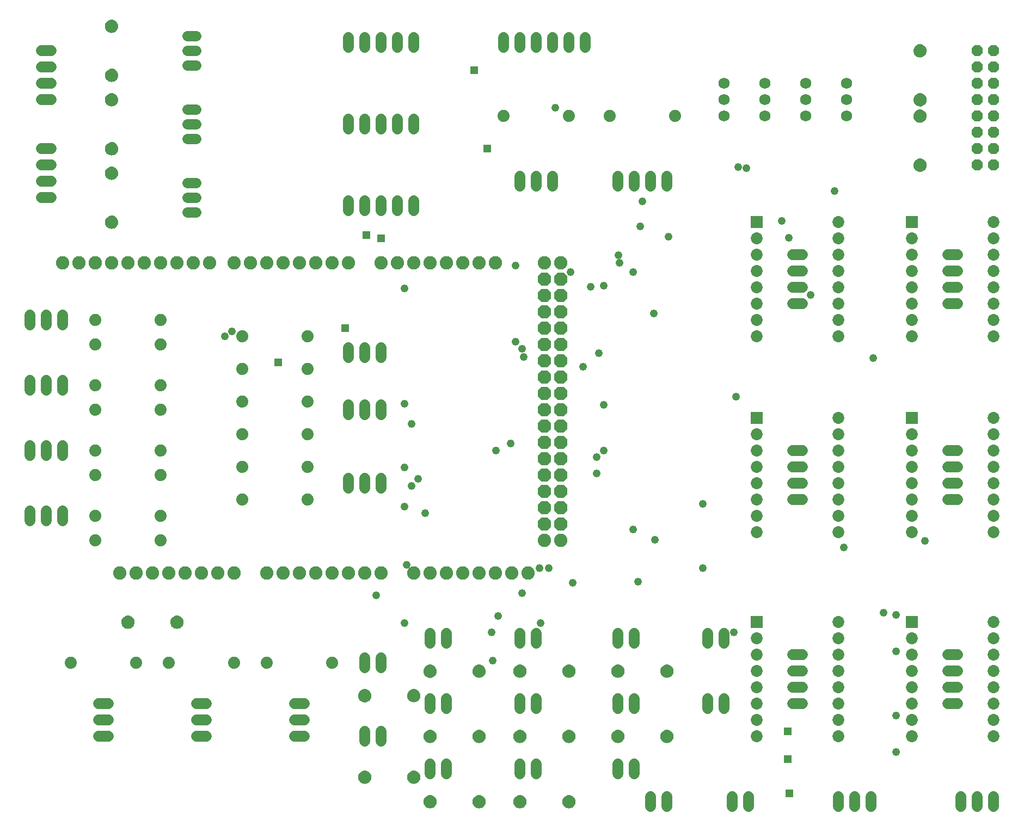
<source format=gbs>
G75*
%MOIN*%
%OFA0B0*%
%FSLAX25Y25*%
%IPPOS*%
%LPD*%
%AMOC8*
5,1,8,0,0,1.08239X$1,22.5*
%
%ADD10C,0.06800*%
%ADD11C,0.07400*%
%ADD12C,0.06800*%
%ADD13C,0.07296*%
%ADD14R,0.07296X0.07296*%
%ADD15C,0.08200*%
%ADD16OC8,0.08200*%
%ADD17OC8,0.06800*%
%ADD18C,0.06300*%
%ADD19C,0.00500*%
%ADD20C,0.04800*%
%ADD21R,0.04762X0.04762*%
D10*
X0123250Y0066800D02*
X0129250Y0066800D01*
X0129250Y0076800D02*
X0123250Y0076800D01*
X0123250Y0086800D02*
X0129250Y0086800D01*
X0183250Y0086800D02*
X0189250Y0086800D01*
X0189250Y0076800D02*
X0183250Y0076800D01*
X0183250Y0066800D02*
X0189250Y0066800D01*
X0243250Y0066800D02*
X0249250Y0066800D01*
X0249250Y0076800D02*
X0243250Y0076800D01*
X0243250Y0086800D02*
X0249250Y0086800D01*
X0286250Y0069800D02*
X0286250Y0063800D01*
X0296250Y0063800D02*
X0296250Y0069800D01*
X0326250Y0083800D02*
X0326250Y0089800D01*
X0336250Y0089800D02*
X0336250Y0083800D01*
X0381250Y0083800D02*
X0381250Y0089800D01*
X0391250Y0089800D02*
X0391250Y0083800D01*
X0441250Y0083800D02*
X0441250Y0089800D01*
X0451250Y0089800D02*
X0451250Y0083800D01*
X0496250Y0083800D02*
X0496250Y0089800D01*
X0506250Y0089800D02*
X0506250Y0083800D01*
X0548250Y0086800D02*
X0554250Y0086800D01*
X0554250Y0096800D02*
X0548250Y0096800D01*
X0548250Y0106800D02*
X0554250Y0106800D01*
X0554250Y0116800D02*
X0548250Y0116800D01*
X0506250Y0123800D02*
X0506250Y0129800D01*
X0496250Y0129800D02*
X0496250Y0123800D01*
X0451250Y0123800D02*
X0451250Y0129800D01*
X0441250Y0129800D02*
X0441250Y0123800D01*
X0391250Y0123800D02*
X0391250Y0129800D01*
X0381250Y0129800D02*
X0381250Y0123800D01*
X0336250Y0123800D02*
X0336250Y0129800D01*
X0326250Y0129800D02*
X0326250Y0123800D01*
X0296250Y0114800D02*
X0296250Y0108800D01*
X0286250Y0108800D02*
X0286250Y0114800D01*
X0326250Y0049800D02*
X0326250Y0043800D01*
X0336250Y0043800D02*
X0336250Y0049800D01*
X0381250Y0049800D02*
X0381250Y0043800D01*
X0391250Y0043800D02*
X0391250Y0049800D01*
X0441250Y0049800D02*
X0441250Y0043800D01*
X0451250Y0043800D02*
X0451250Y0049800D01*
X0461250Y0029800D02*
X0461250Y0023800D01*
X0471250Y0023800D02*
X0471250Y0029800D01*
X0511250Y0029800D02*
X0511250Y0023800D01*
X0521250Y0023800D02*
X0521250Y0029800D01*
X0576250Y0029800D02*
X0576250Y0023800D01*
X0586250Y0023800D02*
X0586250Y0029800D01*
X0596250Y0029800D02*
X0596250Y0023800D01*
X0651250Y0023800D02*
X0651250Y0029800D01*
X0661250Y0029800D02*
X0661250Y0023800D01*
X0671250Y0023800D02*
X0671250Y0029800D01*
X0649250Y0086800D02*
X0643250Y0086800D01*
X0643250Y0096800D02*
X0649250Y0096800D01*
X0649250Y0106800D02*
X0643250Y0106800D01*
X0643250Y0116800D02*
X0649250Y0116800D01*
X0649250Y0211800D02*
X0643250Y0211800D01*
X0643250Y0221800D02*
X0649250Y0221800D01*
X0649250Y0231800D02*
X0643250Y0231800D01*
X0643250Y0241800D02*
X0649250Y0241800D01*
X0554250Y0241800D02*
X0548250Y0241800D01*
X0548250Y0231800D02*
X0554250Y0231800D01*
X0554250Y0221800D02*
X0548250Y0221800D01*
X0548250Y0211800D02*
X0554250Y0211800D01*
X0554250Y0331800D02*
X0548250Y0331800D01*
X0548250Y0341800D02*
X0554250Y0341800D01*
X0554250Y0351800D02*
X0548250Y0351800D01*
X0548250Y0361800D02*
X0554250Y0361800D01*
X0471250Y0403800D02*
X0471250Y0409800D01*
X0461250Y0409800D02*
X0461250Y0403800D01*
X0451250Y0403800D02*
X0451250Y0409800D01*
X0441250Y0409800D02*
X0441250Y0403800D01*
X0401250Y0403800D02*
X0401250Y0409800D01*
X0391250Y0409800D02*
X0391250Y0403800D01*
X0381250Y0403800D02*
X0381250Y0409800D01*
X0316250Y0394800D02*
X0316250Y0388800D01*
X0306250Y0388800D02*
X0306250Y0394800D01*
X0296250Y0394800D02*
X0296250Y0388800D01*
X0286250Y0388800D02*
X0286250Y0394800D01*
X0276250Y0394800D02*
X0276250Y0388800D01*
X0276250Y0438800D02*
X0276250Y0444800D01*
X0286250Y0444800D02*
X0286250Y0438800D01*
X0296250Y0438800D02*
X0296250Y0444800D01*
X0306250Y0444800D02*
X0306250Y0438800D01*
X0316250Y0438800D02*
X0316250Y0444800D01*
X0316250Y0488800D02*
X0316250Y0494800D01*
X0306250Y0494800D02*
X0306250Y0488800D01*
X0296250Y0488800D02*
X0296250Y0494800D01*
X0286250Y0494800D02*
X0286250Y0488800D01*
X0276250Y0488800D02*
X0276250Y0494800D01*
X0371250Y0494800D02*
X0371250Y0488800D01*
X0381250Y0488800D02*
X0381250Y0494800D01*
X0391250Y0494800D02*
X0391250Y0488800D01*
X0401250Y0488800D02*
X0401250Y0494800D01*
X0411250Y0494800D02*
X0411250Y0488800D01*
X0421250Y0488800D02*
X0421250Y0494800D01*
X0643250Y0361800D02*
X0649250Y0361800D01*
X0649250Y0351800D02*
X0643250Y0351800D01*
X0643250Y0341800D02*
X0649250Y0341800D01*
X0649250Y0331800D02*
X0643250Y0331800D01*
X0296250Y0304800D02*
X0296250Y0298800D01*
X0286250Y0298800D02*
X0286250Y0304800D01*
X0276250Y0304800D02*
X0276250Y0298800D01*
X0276250Y0269800D02*
X0276250Y0263800D01*
X0286250Y0263800D02*
X0286250Y0269800D01*
X0296250Y0269800D02*
X0296250Y0263800D01*
X0296250Y0224800D02*
X0296250Y0218800D01*
X0286250Y0218800D02*
X0286250Y0224800D01*
X0276250Y0224800D02*
X0276250Y0218800D01*
X0101250Y0204800D02*
X0101250Y0198800D01*
X0091250Y0198800D02*
X0091250Y0204800D01*
X0081250Y0204800D02*
X0081250Y0198800D01*
X0081250Y0238800D02*
X0081250Y0244800D01*
X0091250Y0244800D02*
X0091250Y0238800D01*
X0101250Y0238800D02*
X0101250Y0244800D01*
X0101250Y0278800D02*
X0101250Y0284800D01*
X0091250Y0284800D02*
X0091250Y0278800D01*
X0081250Y0278800D02*
X0081250Y0284800D01*
X0081250Y0318800D02*
X0081250Y0324800D01*
X0091250Y0324800D02*
X0091250Y0318800D01*
X0101250Y0318800D02*
X0101250Y0324800D01*
X0094250Y0396800D02*
X0088250Y0396800D01*
X0088250Y0406800D02*
X0094250Y0406800D01*
X0094250Y0416800D02*
X0088250Y0416800D01*
X0088250Y0426800D02*
X0094250Y0426800D01*
X0094250Y0456800D02*
X0088250Y0456800D01*
X0088250Y0466800D02*
X0094250Y0466800D01*
X0094250Y0476800D02*
X0088250Y0476800D01*
X0088250Y0486800D02*
X0094250Y0486800D01*
D11*
X0121250Y0321800D03*
X0121250Y0306800D03*
X0121250Y0281800D03*
X0121250Y0266800D03*
X0121250Y0241800D03*
X0121250Y0226800D03*
X0121250Y0201800D03*
X0121250Y0186800D03*
X0161250Y0186800D03*
X0161250Y0201800D03*
X0161250Y0226800D03*
X0161250Y0241800D03*
X0161250Y0266800D03*
X0161250Y0281800D03*
X0161250Y0306800D03*
X0161250Y0321800D03*
X0211250Y0311800D03*
X0211250Y0291800D03*
X0211250Y0271800D03*
X0211250Y0251800D03*
X0211250Y0231800D03*
X0211250Y0211800D03*
X0251250Y0211800D03*
X0251250Y0231800D03*
X0251250Y0251800D03*
X0251250Y0271800D03*
X0251250Y0291800D03*
X0251250Y0311800D03*
X0371250Y0446800D03*
X0411250Y0446800D03*
X0436250Y0446800D03*
X0476250Y0446800D03*
X0266250Y0111800D03*
X0226250Y0111800D03*
X0206250Y0111800D03*
X0166250Y0111800D03*
X0146250Y0111800D03*
X0106250Y0111800D03*
D12*
X0506250Y0446800D03*
X0506250Y0456800D03*
X0506250Y0466800D03*
X0531250Y0466800D03*
X0531250Y0456800D03*
X0531250Y0446800D03*
X0556250Y0446800D03*
X0556250Y0456800D03*
X0556250Y0466800D03*
X0581250Y0466800D03*
X0581250Y0456800D03*
X0581250Y0446800D03*
D13*
X0576250Y0381800D03*
X0576250Y0371800D03*
X0576250Y0361800D03*
X0576250Y0351800D03*
X0576250Y0341800D03*
X0576250Y0331800D03*
X0576250Y0321800D03*
X0576250Y0311800D03*
X0621250Y0311800D03*
X0621250Y0321800D03*
X0621250Y0331800D03*
X0621250Y0341800D03*
X0621250Y0351800D03*
X0621250Y0361800D03*
X0621250Y0371800D03*
X0671250Y0371800D03*
X0671250Y0361800D03*
X0671250Y0351800D03*
X0671250Y0341800D03*
X0671250Y0331800D03*
X0671250Y0321800D03*
X0671250Y0311800D03*
X0671250Y0261800D03*
X0671250Y0251800D03*
X0671250Y0241800D03*
X0671250Y0231800D03*
X0671250Y0221800D03*
X0671250Y0211800D03*
X0671250Y0201800D03*
X0671250Y0191800D03*
X0621250Y0191800D03*
X0621250Y0201800D03*
X0621250Y0211800D03*
X0621250Y0221800D03*
X0621250Y0231800D03*
X0621250Y0241800D03*
X0621250Y0251800D03*
X0576250Y0251800D03*
X0576250Y0241800D03*
X0576250Y0231800D03*
X0576250Y0221800D03*
X0576250Y0211800D03*
X0576250Y0201800D03*
X0576250Y0191800D03*
X0526250Y0191800D03*
X0526250Y0201800D03*
X0526250Y0211800D03*
X0526250Y0221800D03*
X0526250Y0231800D03*
X0526250Y0241800D03*
X0526250Y0251800D03*
X0576250Y0261800D03*
X0526250Y0311800D03*
X0526250Y0321800D03*
X0526250Y0331800D03*
X0526250Y0341800D03*
X0526250Y0351800D03*
X0526250Y0361800D03*
X0526250Y0371800D03*
X0671250Y0381800D03*
X0671250Y0136800D03*
X0671250Y0126800D03*
X0671250Y0116800D03*
X0671250Y0106800D03*
X0671250Y0096800D03*
X0671250Y0086800D03*
X0671250Y0076800D03*
X0671250Y0066800D03*
X0621250Y0066800D03*
X0621250Y0076800D03*
X0621250Y0086800D03*
X0621250Y0096800D03*
X0621250Y0106800D03*
X0621250Y0116800D03*
X0621250Y0126800D03*
X0576250Y0126800D03*
X0576250Y0116800D03*
X0576250Y0106800D03*
X0576250Y0096800D03*
X0576250Y0086800D03*
X0576250Y0076800D03*
X0576250Y0066800D03*
X0526250Y0066800D03*
X0526250Y0076800D03*
X0526250Y0086800D03*
X0526250Y0096800D03*
X0526250Y0106800D03*
X0526250Y0116800D03*
X0526250Y0126800D03*
X0576250Y0136800D03*
D14*
X0621250Y0136800D03*
X0526250Y0136800D03*
X0526250Y0261800D03*
X0621250Y0261800D03*
X0621250Y0381800D03*
X0526250Y0381800D03*
D15*
X0406250Y0356800D03*
X0396250Y0356800D03*
X0366250Y0356800D03*
X0356250Y0356800D03*
X0346250Y0356800D03*
X0336250Y0356800D03*
X0326250Y0356800D03*
X0316250Y0356800D03*
X0306250Y0356800D03*
X0296250Y0356800D03*
X0276250Y0356800D03*
X0266250Y0356800D03*
X0256250Y0356800D03*
X0246250Y0356800D03*
X0236250Y0356800D03*
X0226250Y0356800D03*
X0216250Y0356800D03*
X0206250Y0356800D03*
X0191250Y0356800D03*
X0181250Y0356800D03*
X0171250Y0356800D03*
X0161250Y0356800D03*
X0151250Y0356800D03*
X0141250Y0356800D03*
X0131250Y0356800D03*
X0121250Y0356800D03*
X0111250Y0356800D03*
X0101250Y0356800D03*
X0136250Y0166800D03*
X0146250Y0166800D03*
X0156250Y0166800D03*
X0166250Y0166800D03*
X0176250Y0166800D03*
X0186250Y0166800D03*
X0196250Y0166800D03*
X0206250Y0166800D03*
X0226250Y0166800D03*
X0236250Y0166800D03*
X0246250Y0166800D03*
X0256250Y0166800D03*
X0266250Y0166800D03*
X0276250Y0166800D03*
X0286250Y0166800D03*
X0296250Y0166800D03*
X0316250Y0166800D03*
X0326250Y0166800D03*
X0336250Y0166800D03*
X0346250Y0166800D03*
X0356250Y0166800D03*
X0366250Y0166800D03*
X0376250Y0166800D03*
X0386250Y0166800D03*
X0396250Y0186800D03*
X0406250Y0186800D03*
D16*
X0406250Y0196800D03*
X0396250Y0196800D03*
X0396250Y0206800D03*
X0406250Y0206800D03*
X0406250Y0216800D03*
X0396250Y0216800D03*
X0396250Y0226800D03*
X0406250Y0226800D03*
X0406250Y0236800D03*
X0396250Y0236800D03*
X0396250Y0246800D03*
X0406250Y0246800D03*
X0406250Y0256800D03*
X0396250Y0256800D03*
X0396250Y0266800D03*
X0406250Y0266800D03*
X0406250Y0276800D03*
X0396250Y0276800D03*
X0396250Y0286800D03*
X0406250Y0286800D03*
X0406250Y0296800D03*
X0396250Y0296800D03*
X0396250Y0306800D03*
X0406250Y0306800D03*
X0406250Y0316800D03*
X0396250Y0316800D03*
X0396250Y0326800D03*
X0396250Y0336800D03*
X0406250Y0336800D03*
X0406250Y0326800D03*
X0406250Y0346800D03*
X0396250Y0346800D03*
D17*
X0661250Y0416800D03*
X0671250Y0416800D03*
X0671250Y0426800D03*
X0661250Y0426800D03*
X0661250Y0436800D03*
X0671250Y0436800D03*
X0671250Y0446800D03*
X0661250Y0446800D03*
X0661250Y0456800D03*
X0671250Y0456800D03*
X0671250Y0466800D03*
X0671250Y0476800D03*
X0661250Y0476800D03*
X0661250Y0466800D03*
X0661250Y0486800D03*
X0671250Y0486800D03*
D18*
X0183000Y0486800D02*
X0177500Y0486800D01*
X0177500Y0477800D02*
X0183000Y0477800D01*
X0183000Y0495800D02*
X0177500Y0495800D01*
X0177500Y0450800D02*
X0183000Y0450800D01*
X0183000Y0441800D02*
X0177500Y0441800D01*
X0177500Y0432800D02*
X0183000Y0432800D01*
X0183000Y0405800D02*
X0177500Y0405800D01*
X0177500Y0396800D02*
X0183000Y0396800D01*
X0183000Y0387800D02*
X0177500Y0387800D01*
D19*
X0134937Y0382531D02*
X0135000Y0381810D01*
X0134938Y0381085D01*
X0134737Y0380386D01*
X0134402Y0379740D01*
X0133948Y0379172D01*
X0133392Y0378703D01*
X0132756Y0378352D01*
X0132063Y0378131D01*
X0131340Y0378050D01*
X0130680Y0378100D01*
X0130039Y0378264D01*
X0129436Y0378536D01*
X0128890Y0378909D01*
X0128416Y0379371D01*
X0128031Y0379909D01*
X0127744Y0380505D01*
X0127565Y0381142D01*
X0127500Y0381800D01*
X0127567Y0382458D01*
X0127747Y0383095D01*
X0128036Y0383690D01*
X0128423Y0384227D01*
X0128898Y0384688D01*
X0129445Y0385059D01*
X0130049Y0385330D01*
X0130690Y0385492D01*
X0131350Y0385540D01*
X0132069Y0385462D01*
X0132759Y0385244D01*
X0133394Y0384896D01*
X0133948Y0384431D01*
X0134401Y0383867D01*
X0134735Y0383225D01*
X0134937Y0382531D01*
X0134894Y0382678D02*
X0127629Y0382678D01*
X0127538Y0382179D02*
X0134968Y0382179D01*
X0134989Y0381681D02*
X0127511Y0381681D01*
X0127561Y0381182D02*
X0134947Y0381182D01*
X0134822Y0380683D02*
X0127694Y0380683D01*
X0127898Y0380185D02*
X0134632Y0380185D01*
X0134359Y0379686D02*
X0128190Y0379686D01*
X0128604Y0379188D02*
X0133961Y0379188D01*
X0133368Y0378689D02*
X0129211Y0378689D01*
X0130324Y0378191D02*
X0132250Y0378191D01*
X0134749Y0383176D02*
X0127787Y0383176D01*
X0128028Y0383675D02*
X0134501Y0383675D01*
X0134155Y0384173D02*
X0128384Y0384173D01*
X0128881Y0384672D02*
X0133661Y0384672D01*
X0132894Y0385170D02*
X0129692Y0385170D01*
X0131310Y0408080D02*
X0130650Y0408130D01*
X0130009Y0408294D01*
X0129406Y0408566D01*
X0128860Y0408939D01*
X0128387Y0409401D01*
X0128001Y0409938D01*
X0127714Y0410535D01*
X0127535Y0411172D01*
X0127470Y0411830D01*
X0127537Y0412488D01*
X0127717Y0413125D01*
X0128006Y0413720D01*
X0128393Y0414257D01*
X0128868Y0414718D01*
X0129415Y0415089D01*
X0130019Y0415360D01*
X0130660Y0415522D01*
X0131320Y0415570D01*
X0132039Y0415491D01*
X0132729Y0415274D01*
X0133364Y0414926D01*
X0133918Y0414461D01*
X0134371Y0413897D01*
X0134705Y0413255D01*
X0134907Y0412561D01*
X0134970Y0411840D01*
X0134908Y0411115D01*
X0134707Y0410416D01*
X0134372Y0409770D01*
X0133919Y0409202D01*
X0133363Y0408733D01*
X0132726Y0408382D01*
X0132033Y0408161D01*
X0131310Y0408080D01*
X0131500Y0408102D02*
X0131027Y0408102D01*
X0129356Y0408600D02*
X0133122Y0408600D01*
X0133796Y0409099D02*
X0128696Y0409099D01*
X0128246Y0409597D02*
X0134234Y0409597D01*
X0134541Y0410096D02*
X0127925Y0410096D01*
X0127697Y0410594D02*
X0134758Y0410594D01*
X0134902Y0411093D02*
X0127557Y0411093D01*
X0127493Y0411591D02*
X0134949Y0411591D01*
X0134948Y0412090D02*
X0127496Y0412090D01*
X0127565Y0412588D02*
X0134899Y0412588D01*
X0134754Y0413087D02*
X0127707Y0413087D01*
X0127940Y0413585D02*
X0134533Y0413585D01*
X0134221Y0414084D02*
X0128268Y0414084D01*
X0128728Y0414582D02*
X0133773Y0414582D01*
X0133082Y0415081D02*
X0129403Y0415081D01*
X0130680Y0423100D02*
X0130039Y0423264D01*
X0129436Y0423536D01*
X0128890Y0423909D01*
X0128416Y0424371D01*
X0128031Y0424909D01*
X0127744Y0425505D01*
X0127565Y0426142D01*
X0127500Y0426800D01*
X0127567Y0427458D01*
X0127747Y0428095D01*
X0128036Y0428690D01*
X0128423Y0429227D01*
X0128898Y0429688D01*
X0129445Y0430059D01*
X0130049Y0430330D01*
X0130690Y0430492D01*
X0131350Y0430540D01*
X0132069Y0430462D01*
X0132759Y0430244D01*
X0133394Y0429896D01*
X0133948Y0429431D01*
X0134401Y0428867D01*
X0134735Y0428225D01*
X0134937Y0427531D01*
X0135000Y0426810D01*
X0134938Y0426085D01*
X0134737Y0425386D01*
X0134402Y0424740D01*
X0133948Y0424172D01*
X0133392Y0423703D01*
X0132756Y0423352D01*
X0132063Y0423131D01*
X0131340Y0423050D01*
X0130680Y0423100D01*
X0131253Y0423057D02*
X0131398Y0423057D01*
X0133125Y0423555D02*
X0129408Y0423555D01*
X0128741Y0424054D02*
X0133808Y0424054D01*
X0134252Y0424552D02*
X0128286Y0424552D01*
X0127962Y0425051D02*
X0134563Y0425051D01*
X0134784Y0425550D02*
X0127731Y0425550D01*
X0127591Y0426048D02*
X0134928Y0426048D01*
X0134978Y0426547D02*
X0127525Y0426547D01*
X0127525Y0427045D02*
X0134979Y0427045D01*
X0134933Y0427544D02*
X0127591Y0427544D01*
X0127732Y0428042D02*
X0134788Y0428042D01*
X0134571Y0428541D02*
X0127963Y0428541D01*
X0128288Y0429039D02*
X0134262Y0429039D01*
X0133821Y0429538D02*
X0128743Y0429538D01*
X0129411Y0430036D02*
X0133138Y0430036D01*
X0131401Y0430535D02*
X0131274Y0430535D01*
X0131310Y0453080D02*
X0130650Y0453130D01*
X0130009Y0453294D01*
X0129406Y0453566D01*
X0128860Y0453939D01*
X0128387Y0454401D01*
X0128001Y0454938D01*
X0127714Y0455535D01*
X0127535Y0456172D01*
X0127470Y0456830D01*
X0127537Y0457488D01*
X0127717Y0458125D01*
X0128006Y0458720D01*
X0128393Y0459257D01*
X0128868Y0459718D01*
X0129415Y0460089D01*
X0130019Y0460360D01*
X0130660Y0460522D01*
X0131320Y0460570D01*
X0132039Y0460491D01*
X0132729Y0460274D01*
X0133364Y0459926D01*
X0133918Y0459461D01*
X0134371Y0458897D01*
X0134705Y0458255D01*
X0134907Y0457561D01*
X0134970Y0456840D01*
X0134908Y0456115D01*
X0134707Y0455416D01*
X0134372Y0454770D01*
X0133919Y0454202D01*
X0133363Y0453733D01*
X0132726Y0453382D01*
X0132033Y0453161D01*
X0131310Y0453080D01*
X0132879Y0453466D02*
X0129627Y0453466D01*
X0128834Y0453965D02*
X0133637Y0453965D01*
X0134127Y0454463D02*
X0128342Y0454463D01*
X0127989Y0454962D02*
X0134471Y0454962D01*
X0134719Y0455460D02*
X0127750Y0455460D01*
X0127595Y0455959D02*
X0134863Y0455959D01*
X0134938Y0456457D02*
X0127507Y0456457D01*
X0127483Y0456956D02*
X0134960Y0456956D01*
X0134916Y0457454D02*
X0127533Y0457454D01*
X0127669Y0457953D02*
X0134793Y0457953D01*
X0134603Y0458451D02*
X0127876Y0458451D01*
X0128171Y0458950D02*
X0134328Y0458950D01*
X0133928Y0459448D02*
X0128590Y0459448D01*
X0129205Y0459947D02*
X0133326Y0459947D01*
X0132186Y0460445D02*
X0130356Y0460445D01*
X0130680Y0468100D02*
X0130039Y0468264D01*
X0129436Y0468536D01*
X0128890Y0468909D01*
X0128416Y0469371D01*
X0128031Y0469909D01*
X0127744Y0470505D01*
X0127565Y0471142D01*
X0127500Y0471800D01*
X0127567Y0472458D01*
X0127747Y0473095D01*
X0128036Y0473690D01*
X0128423Y0474227D01*
X0128898Y0474688D01*
X0129445Y0475059D01*
X0130049Y0475330D01*
X0130690Y0475492D01*
X0131350Y0475540D01*
X0132069Y0475462D01*
X0132759Y0475244D01*
X0133394Y0474896D01*
X0133948Y0474431D01*
X0134401Y0473867D01*
X0134735Y0473225D01*
X0134937Y0472531D01*
X0135000Y0471810D01*
X0134938Y0471085D01*
X0134737Y0470386D01*
X0134402Y0469740D01*
X0133948Y0469172D01*
X0133392Y0468703D01*
X0132756Y0468352D01*
X0132063Y0468131D01*
X0131340Y0468050D01*
X0130680Y0468100D01*
X0129690Y0468421D02*
X0132882Y0468421D01*
X0133650Y0468920D02*
X0128879Y0468920D01*
X0128382Y0469419D02*
X0134145Y0469419D01*
X0134494Y0469917D02*
X0128026Y0469917D01*
X0127787Y0470416D02*
X0134745Y0470416D01*
X0134889Y0470914D02*
X0127629Y0470914D01*
X0127538Y0471413D02*
X0134966Y0471413D01*
X0134991Y0471911D02*
X0127511Y0471911D01*
X0127562Y0472410D02*
X0134948Y0472410D01*
X0134827Y0472908D02*
X0127694Y0472908D01*
X0127898Y0473407D02*
X0134640Y0473407D01*
X0134370Y0473905D02*
X0128191Y0473905D01*
X0128605Y0474404D02*
X0133970Y0474404D01*
X0133383Y0474902D02*
X0129213Y0474902D01*
X0130328Y0475401D02*
X0132262Y0475401D01*
X0131310Y0498080D02*
X0130650Y0498130D01*
X0130009Y0498294D01*
X0129406Y0498566D01*
X0128860Y0498939D01*
X0128387Y0499401D01*
X0128001Y0499938D01*
X0127714Y0500535D01*
X0127535Y0501172D01*
X0127470Y0501830D01*
X0127537Y0502488D01*
X0127717Y0503125D01*
X0128006Y0503720D01*
X0128393Y0504257D01*
X0128868Y0504718D01*
X0129415Y0505089D01*
X0130019Y0505360D01*
X0130660Y0505522D01*
X0131320Y0505570D01*
X0132039Y0505491D01*
X0132729Y0505274D01*
X0133364Y0504926D01*
X0133918Y0504461D01*
X0134371Y0503897D01*
X0134705Y0503255D01*
X0134907Y0502561D01*
X0134970Y0501840D01*
X0134908Y0501115D01*
X0134707Y0500416D01*
X0134372Y0499770D01*
X0133919Y0499202D01*
X0133363Y0498733D01*
X0132726Y0498382D01*
X0132033Y0498161D01*
X0131310Y0498080D01*
X0132570Y0498332D02*
X0129924Y0498332D01*
X0129018Y0498831D02*
X0133478Y0498831D01*
X0134020Y0499329D02*
X0128460Y0499329D01*
X0128080Y0499828D02*
X0134402Y0499828D01*
X0134660Y0500326D02*
X0127814Y0500326D01*
X0127633Y0500825D02*
X0134825Y0500825D01*
X0134926Y0501323D02*
X0127520Y0501323D01*
X0127471Y0501822D02*
X0134969Y0501822D01*
X0134928Y0502320D02*
X0127520Y0502320D01*
X0127631Y0502819D02*
X0134832Y0502819D01*
X0134672Y0503317D02*
X0127811Y0503317D01*
X0128075Y0503816D02*
X0134413Y0503816D01*
X0134036Y0504314D02*
X0128452Y0504314D01*
X0129008Y0504813D02*
X0133499Y0504813D01*
X0132611Y0505311D02*
X0129910Y0505311D01*
X0622500Y0486790D02*
X0622563Y0486069D01*
X0622765Y0485375D01*
X0623099Y0484733D01*
X0623552Y0484169D01*
X0624106Y0483704D01*
X0624741Y0483356D01*
X0625431Y0483138D01*
X0626150Y0483060D01*
X0626810Y0483108D01*
X0627451Y0483270D01*
X0628055Y0483541D01*
X0628602Y0483912D01*
X0629077Y0484373D01*
X0629464Y0484910D01*
X0629753Y0485505D01*
X0629933Y0486142D01*
X0630000Y0486800D01*
X0629935Y0487458D01*
X0629756Y0488095D01*
X0629469Y0488691D01*
X0629084Y0489229D01*
X0628610Y0489691D01*
X0628064Y0490064D01*
X0627461Y0490336D01*
X0626820Y0490500D01*
X0626160Y0490550D01*
X0625437Y0490469D01*
X0624744Y0490248D01*
X0624108Y0489897D01*
X0623552Y0489428D01*
X0623098Y0488860D01*
X0622763Y0488214D01*
X0622562Y0487515D01*
X0622500Y0486790D01*
X0622506Y0486866D02*
X0629994Y0486866D01*
X0629956Y0486368D02*
X0622537Y0486368D01*
X0622621Y0485869D02*
X0629856Y0485869D01*
X0629688Y0485371D02*
X0622767Y0485371D01*
X0623027Y0484872D02*
X0629437Y0484872D01*
X0629077Y0484374D02*
X0623388Y0484374D01*
X0623902Y0483875D02*
X0628548Y0483875D01*
X0627690Y0483377D02*
X0624703Y0483377D01*
X0622549Y0487365D02*
X0629944Y0487365D01*
X0629821Y0487863D02*
X0622662Y0487863D01*
X0622840Y0488362D02*
X0629628Y0488362D01*
X0629348Y0488860D02*
X0623098Y0488860D01*
X0623496Y0489359D02*
X0628950Y0489359D01*
X0628366Y0489857D02*
X0624061Y0489857D01*
X0625083Y0490356D02*
X0627384Y0490356D01*
X0626190Y0460520D02*
X0626850Y0460470D01*
X0627491Y0460306D01*
X0628094Y0460034D01*
X0628640Y0459661D01*
X0629113Y0459199D01*
X0629499Y0458662D01*
X0629786Y0458065D01*
X0629965Y0457428D01*
X0630030Y0456770D01*
X0629963Y0456112D01*
X0629783Y0455475D01*
X0629494Y0454880D01*
X0629107Y0454343D01*
X0628632Y0453882D01*
X0628085Y0453511D01*
X0627481Y0453240D01*
X0626840Y0453078D01*
X0626180Y0453030D01*
X0625461Y0453109D01*
X0624771Y0453326D01*
X0624136Y0453674D01*
X0623582Y0454139D01*
X0623129Y0454703D01*
X0622795Y0455345D01*
X0622593Y0456039D01*
X0622530Y0456760D01*
X0622592Y0457485D01*
X0622793Y0458184D01*
X0623128Y0458830D01*
X0623581Y0459398D01*
X0624137Y0459867D01*
X0624774Y0460218D01*
X0625467Y0460439D01*
X0626190Y0460520D01*
X0625526Y0460445D02*
X0626946Y0460445D01*
X0628222Y0459947D02*
X0624282Y0459947D01*
X0623641Y0459448D02*
X0628858Y0459448D01*
X0629292Y0458950D02*
X0623223Y0458950D01*
X0622932Y0458451D02*
X0629600Y0458451D01*
X0629818Y0457953D02*
X0622727Y0457953D01*
X0622589Y0457454D02*
X0629958Y0457454D01*
X0630012Y0456956D02*
X0622547Y0456956D01*
X0622556Y0456457D02*
X0629998Y0456457D01*
X0629920Y0455959D02*
X0622616Y0455959D01*
X0622762Y0455460D02*
X0629775Y0455460D01*
X0629534Y0454962D02*
X0622995Y0454962D01*
X0623322Y0454463D02*
X0629193Y0454463D01*
X0628717Y0453965D02*
X0623790Y0453965D01*
X0624515Y0453466D02*
X0627985Y0453466D01*
X0627461Y0450336D02*
X0628064Y0450064D01*
X0628610Y0449691D01*
X0629084Y0449229D01*
X0629469Y0448691D01*
X0629756Y0448095D01*
X0629935Y0447458D01*
X0630000Y0446800D01*
X0629933Y0446142D01*
X0629753Y0445505D01*
X0629464Y0444910D01*
X0629077Y0444373D01*
X0628602Y0443912D01*
X0628055Y0443541D01*
X0627451Y0443270D01*
X0626810Y0443108D01*
X0626150Y0443060D01*
X0625431Y0443138D01*
X0624741Y0443356D01*
X0624106Y0443704D01*
X0623552Y0444169D01*
X0623099Y0444733D01*
X0622765Y0445375D01*
X0622563Y0446069D01*
X0622500Y0446790D01*
X0622562Y0447515D01*
X0622763Y0448214D01*
X0623098Y0448860D01*
X0623552Y0449428D01*
X0624108Y0449897D01*
X0624744Y0450248D01*
X0625437Y0450469D01*
X0626160Y0450550D01*
X0626820Y0450500D01*
X0627461Y0450336D01*
X0626917Y0450475D02*
X0625495Y0450475D01*
X0624252Y0449977D02*
X0628192Y0449977D01*
X0628828Y0449478D02*
X0623611Y0449478D01*
X0623193Y0448980D02*
X0629263Y0448980D01*
X0629571Y0448481D02*
X0622902Y0448481D01*
X0622697Y0447983D02*
X0629788Y0447983D01*
X0629928Y0447484D02*
X0622559Y0447484D01*
X0622517Y0446985D02*
X0629982Y0446985D01*
X0629968Y0446487D02*
X0622526Y0446487D01*
X0622587Y0445988D02*
X0629890Y0445988D01*
X0629745Y0445490D02*
X0622732Y0445490D01*
X0622965Y0444991D02*
X0629504Y0444991D01*
X0629163Y0444493D02*
X0623292Y0444493D01*
X0623760Y0443994D02*
X0628687Y0443994D01*
X0627955Y0443496D02*
X0624485Y0443496D01*
X0626190Y0420520D02*
X0626850Y0420470D01*
X0627491Y0420306D01*
X0628094Y0420034D01*
X0628640Y0419661D01*
X0629113Y0419199D01*
X0629499Y0418662D01*
X0629786Y0418065D01*
X0629965Y0417428D01*
X0630030Y0416770D01*
X0629963Y0416112D01*
X0629783Y0415475D01*
X0629494Y0414880D01*
X0629107Y0414343D01*
X0628632Y0413882D01*
X0628085Y0413511D01*
X0627481Y0413240D01*
X0626840Y0413078D01*
X0626180Y0413030D01*
X0625461Y0413109D01*
X0624771Y0413326D01*
X0624136Y0413674D01*
X0623582Y0414139D01*
X0623129Y0414703D01*
X0622795Y0415345D01*
X0622593Y0416039D01*
X0622530Y0416760D01*
X0622592Y0417485D01*
X0622793Y0418184D01*
X0623128Y0418830D01*
X0623581Y0419398D01*
X0624137Y0419867D01*
X0624774Y0420218D01*
X0625467Y0420439D01*
X0626190Y0420520D01*
X0624498Y0420066D02*
X0628023Y0420066D01*
X0628736Y0419567D02*
X0623782Y0419567D01*
X0623319Y0419069D02*
X0629207Y0419069D01*
X0629543Y0418570D02*
X0622993Y0418570D01*
X0622761Y0418072D02*
X0629783Y0418072D01*
X0629924Y0417573D02*
X0622617Y0417573D01*
X0622557Y0417075D02*
X0630000Y0417075D01*
X0630011Y0416576D02*
X0622546Y0416576D01*
X0622590Y0416078D02*
X0629953Y0416078D01*
X0629812Y0415579D02*
X0622727Y0415579D01*
X0622933Y0415081D02*
X0629592Y0415081D01*
X0629279Y0414582D02*
X0623226Y0414582D01*
X0623648Y0414084D02*
X0628840Y0414084D01*
X0628195Y0413585D02*
X0624298Y0413585D01*
X0625660Y0413087D02*
X0626874Y0413087D01*
X0473170Y0110044D02*
X0473707Y0109657D01*
X0474168Y0109182D01*
X0474539Y0108635D01*
X0474810Y0108031D01*
X0474972Y0107390D01*
X0475020Y0106730D01*
X0474941Y0106011D01*
X0474724Y0105321D01*
X0474376Y0104686D01*
X0473911Y0104132D01*
X0473347Y0103679D01*
X0472705Y0103345D01*
X0472011Y0103143D01*
X0471290Y0103080D01*
X0470565Y0103142D01*
X0469866Y0103343D01*
X0469220Y0103678D01*
X0468652Y0104131D01*
X0468183Y0104687D01*
X0467832Y0105324D01*
X0467611Y0106017D01*
X0467530Y0106740D01*
X0467580Y0107400D01*
X0467744Y0108041D01*
X0468016Y0108644D01*
X0468389Y0109190D01*
X0468851Y0109663D01*
X0469388Y0110049D01*
X0469985Y0110336D01*
X0470622Y0110515D01*
X0471280Y0110580D01*
X0471938Y0110513D01*
X0472575Y0110333D01*
X0473170Y0110044D01*
X0473243Y0109992D02*
X0469308Y0109992D01*
X0468685Y0109493D02*
X0473866Y0109493D01*
X0474295Y0108995D02*
X0468256Y0108995D01*
X0467949Y0108496D02*
X0474601Y0108496D01*
X0474819Y0107998D02*
X0467733Y0107998D01*
X0467605Y0107499D02*
X0474944Y0107499D01*
X0475000Y0107001D02*
X0467550Y0107001D01*
X0467557Y0106502D02*
X0474995Y0106502D01*
X0474939Y0106004D02*
X0467616Y0106004D01*
X0467774Y0105505D02*
X0474782Y0105505D01*
X0474552Y0105007D02*
X0468007Y0105007D01*
X0468334Y0104508D02*
X0474227Y0104508D01*
X0473759Y0104010D02*
X0468804Y0104010D01*
X0469542Y0103511D02*
X0473024Y0103511D01*
X0472018Y0110490D02*
X0470534Y0110490D01*
X0444942Y0107360D02*
X0444990Y0106700D01*
X0444912Y0105981D01*
X0444694Y0105291D01*
X0444346Y0104656D01*
X0443881Y0104102D01*
X0443317Y0103649D01*
X0442675Y0103315D01*
X0441981Y0103113D01*
X0441260Y0103050D01*
X0440535Y0103112D01*
X0439836Y0103313D01*
X0439190Y0103648D01*
X0438622Y0104102D01*
X0438153Y0104658D01*
X0437802Y0105294D01*
X0437581Y0105987D01*
X0437500Y0106710D01*
X0437550Y0107370D01*
X0437714Y0108011D01*
X0437986Y0108614D01*
X0438359Y0109160D01*
X0438821Y0109634D01*
X0439359Y0110019D01*
X0439955Y0110306D01*
X0440592Y0110485D01*
X0441250Y0110550D01*
X0441908Y0110483D01*
X0442545Y0110303D01*
X0443140Y0110014D01*
X0443677Y0109627D01*
X0444138Y0109152D01*
X0444509Y0108605D01*
X0444780Y0108001D01*
X0444942Y0107360D01*
X0444907Y0107499D02*
X0437583Y0107499D01*
X0437522Y0107001D02*
X0444968Y0107001D01*
X0444969Y0106502D02*
X0437524Y0106502D01*
X0437580Y0106004D02*
X0444914Y0106004D01*
X0444762Y0105505D02*
X0437735Y0105505D01*
X0437960Y0105007D02*
X0444538Y0105007D01*
X0444222Y0104508D02*
X0438279Y0104508D01*
X0438737Y0104010D02*
X0443766Y0104010D01*
X0443052Y0103511D02*
X0439454Y0103511D01*
X0437710Y0107998D02*
X0444781Y0107998D01*
X0444558Y0108496D02*
X0437933Y0108496D01*
X0438246Y0108995D02*
X0444245Y0108995D01*
X0443807Y0109493D02*
X0438684Y0109493D01*
X0439320Y0109992D02*
X0443171Y0109992D01*
X0441838Y0110490D02*
X0440646Y0110490D01*
X0414972Y0107390D02*
X0415020Y0106730D01*
X0414941Y0106011D01*
X0414724Y0105321D01*
X0414376Y0104686D01*
X0413911Y0104132D01*
X0413347Y0103679D01*
X0412705Y0103345D01*
X0412011Y0103143D01*
X0411290Y0103080D01*
X0410565Y0103142D01*
X0409866Y0103343D01*
X0409220Y0103678D01*
X0408652Y0104131D01*
X0408183Y0104687D01*
X0407832Y0105324D01*
X0407611Y0106017D01*
X0407530Y0106740D01*
X0407580Y0107400D01*
X0407744Y0108041D01*
X0408016Y0108644D01*
X0408389Y0109190D01*
X0408851Y0109663D01*
X0409388Y0110049D01*
X0409985Y0110336D01*
X0410622Y0110515D01*
X0411280Y0110580D01*
X0411938Y0110513D01*
X0412575Y0110333D01*
X0413170Y0110044D01*
X0413707Y0109657D01*
X0414168Y0109182D01*
X0414539Y0108635D01*
X0414810Y0108031D01*
X0414972Y0107390D01*
X0414944Y0107499D02*
X0407605Y0107499D01*
X0407550Y0107001D02*
X0415000Y0107001D01*
X0414995Y0106502D02*
X0407557Y0106502D01*
X0407616Y0106004D02*
X0414939Y0106004D01*
X0414782Y0105505D02*
X0407774Y0105505D01*
X0408007Y0105007D02*
X0414552Y0105007D01*
X0414227Y0104508D02*
X0408334Y0104508D01*
X0408804Y0104010D02*
X0413759Y0104010D01*
X0413024Y0103511D02*
X0409542Y0103511D01*
X0407733Y0107998D02*
X0414819Y0107998D01*
X0414601Y0108496D02*
X0407949Y0108496D01*
X0408256Y0108995D02*
X0414295Y0108995D01*
X0413866Y0109493D02*
X0408685Y0109493D01*
X0409308Y0109992D02*
X0413243Y0109992D01*
X0412018Y0110490D02*
X0410534Y0110490D01*
X0384942Y0107360D02*
X0384990Y0106700D01*
X0384912Y0105981D01*
X0384694Y0105291D01*
X0384346Y0104656D01*
X0383881Y0104102D01*
X0383317Y0103649D01*
X0382675Y0103315D01*
X0381981Y0103113D01*
X0381260Y0103050D01*
X0380535Y0103112D01*
X0379836Y0103313D01*
X0379190Y0103648D01*
X0378622Y0104102D01*
X0378153Y0104658D01*
X0377802Y0105294D01*
X0377581Y0105987D01*
X0377500Y0106710D01*
X0377550Y0107370D01*
X0377714Y0108011D01*
X0377986Y0108614D01*
X0378359Y0109160D01*
X0378821Y0109634D01*
X0379359Y0110019D01*
X0379955Y0110306D01*
X0380592Y0110485D01*
X0381250Y0110550D01*
X0381908Y0110483D01*
X0382545Y0110303D01*
X0383140Y0110014D01*
X0383677Y0109627D01*
X0384138Y0109152D01*
X0384509Y0108605D01*
X0384780Y0108001D01*
X0384942Y0107360D01*
X0384907Y0107499D02*
X0377583Y0107499D01*
X0377522Y0107001D02*
X0384968Y0107001D01*
X0384969Y0106502D02*
X0377524Y0106502D01*
X0377580Y0106004D02*
X0384914Y0106004D01*
X0384762Y0105505D02*
X0377735Y0105505D01*
X0377960Y0105007D02*
X0384538Y0105007D01*
X0384222Y0104508D02*
X0378279Y0104508D01*
X0378737Y0104010D02*
X0383766Y0104010D01*
X0383052Y0103511D02*
X0379454Y0103511D01*
X0377710Y0107998D02*
X0384781Y0107998D01*
X0384558Y0108496D02*
X0377933Y0108496D01*
X0378246Y0108995D02*
X0384245Y0108995D01*
X0383807Y0109493D02*
X0378684Y0109493D01*
X0379320Y0109992D02*
X0383171Y0109992D01*
X0381838Y0110490D02*
X0380646Y0110490D01*
X0359919Y0107613D02*
X0360000Y0106890D01*
X0359950Y0106230D01*
X0359786Y0105589D01*
X0359514Y0104986D01*
X0359141Y0104440D01*
X0358679Y0103966D01*
X0358141Y0103581D01*
X0357545Y0103294D01*
X0356908Y0103115D01*
X0356250Y0103050D01*
X0355592Y0103117D01*
X0354955Y0103297D01*
X0354360Y0103586D01*
X0353823Y0103973D01*
X0353362Y0104448D01*
X0352991Y0104995D01*
X0352720Y0105599D01*
X0352558Y0106240D01*
X0352510Y0106900D01*
X0352588Y0107619D01*
X0352806Y0108309D01*
X0353154Y0108944D01*
X0353619Y0109498D01*
X0354183Y0109951D01*
X0354825Y0110285D01*
X0355519Y0110487D01*
X0356240Y0110550D01*
X0356965Y0110488D01*
X0357664Y0110287D01*
X0358310Y0109952D01*
X0358878Y0109498D01*
X0359347Y0108942D01*
X0359698Y0108306D01*
X0359919Y0107613D01*
X0359931Y0107499D02*
X0352575Y0107499D01*
X0352521Y0107001D02*
X0359987Y0107001D01*
X0359970Y0106502D02*
X0352539Y0106502D01*
X0352618Y0106004D02*
X0359892Y0106004D01*
X0359748Y0105505D02*
X0352762Y0105505D01*
X0352985Y0105007D02*
X0359523Y0105007D01*
X0359188Y0104508D02*
X0353321Y0104508D01*
X0353788Y0104010D02*
X0358721Y0104010D01*
X0357997Y0103511D02*
X0354514Y0103511D01*
X0352708Y0107998D02*
X0359796Y0107998D01*
X0359593Y0108496D02*
X0352909Y0108496D01*
X0353197Y0108995D02*
X0359303Y0108995D01*
X0358882Y0109493D02*
X0353615Y0109493D01*
X0354262Y0109992D02*
X0358233Y0109992D01*
X0356942Y0110490D02*
X0355557Y0110490D01*
X0329889Y0107583D02*
X0329970Y0106860D01*
X0329920Y0106200D01*
X0329756Y0105559D01*
X0329484Y0104956D01*
X0329111Y0104410D01*
X0328649Y0103937D01*
X0328112Y0103551D01*
X0327515Y0103264D01*
X0326878Y0103085D01*
X0326220Y0103020D01*
X0325562Y0103087D01*
X0324925Y0103267D01*
X0324330Y0103556D01*
X0323793Y0103943D01*
X0323332Y0104418D01*
X0322961Y0104965D01*
X0322690Y0105569D01*
X0322528Y0106210D01*
X0322480Y0106870D01*
X0322559Y0107589D01*
X0322776Y0108279D01*
X0323124Y0108914D01*
X0323589Y0109468D01*
X0324153Y0109921D01*
X0324795Y0110255D01*
X0325489Y0110457D01*
X0326210Y0110520D01*
X0326935Y0110458D01*
X0327634Y0110257D01*
X0328280Y0109922D01*
X0328848Y0109469D01*
X0329317Y0108913D01*
X0329668Y0108276D01*
X0329889Y0107583D01*
X0329898Y0107499D02*
X0322549Y0107499D01*
X0322494Y0107001D02*
X0329954Y0107001D01*
X0329943Y0106502D02*
X0322507Y0106502D01*
X0322580Y0106004D02*
X0329870Y0106004D01*
X0329732Y0105505D02*
X0322718Y0105505D01*
X0322942Y0105007D02*
X0329507Y0105007D01*
X0329178Y0104508D02*
X0323271Y0104508D01*
X0323729Y0104010D02*
X0328720Y0104010D01*
X0328030Y0103511D02*
X0324422Y0103511D01*
X0322687Y0107998D02*
X0329757Y0107998D01*
X0329547Y0108496D02*
X0322895Y0108496D01*
X0323192Y0108995D02*
X0329248Y0108995D01*
X0328817Y0109493D02*
X0323621Y0109493D01*
X0324290Y0109992D02*
X0328145Y0109992D01*
X0326560Y0110490D02*
X0325870Y0110490D01*
X0318147Y0095037D02*
X0314348Y0095037D01*
X0314183Y0094951D02*
X0314825Y0095285D01*
X0315519Y0095487D01*
X0316240Y0095550D01*
X0316965Y0095488D01*
X0317664Y0095287D01*
X0318310Y0094952D01*
X0318878Y0094498D01*
X0319347Y0093942D01*
X0319698Y0093306D01*
X0319919Y0092613D01*
X0320000Y0091890D01*
X0319950Y0091230D01*
X0319786Y0090589D01*
X0319514Y0089986D01*
X0319141Y0089440D01*
X0318679Y0088966D01*
X0318141Y0088581D01*
X0317545Y0088294D01*
X0316908Y0088115D01*
X0316250Y0088050D01*
X0315592Y0088117D01*
X0314955Y0088297D01*
X0314360Y0088586D01*
X0313823Y0088973D01*
X0313362Y0089448D01*
X0312991Y0089995D01*
X0312720Y0090599D01*
X0312558Y0091240D01*
X0312510Y0091900D01*
X0312588Y0092619D01*
X0312806Y0093309D01*
X0313154Y0093944D01*
X0313619Y0094498D01*
X0314183Y0094951D01*
X0313669Y0094538D02*
X0318828Y0094538D01*
X0319265Y0094039D02*
X0313234Y0094039D01*
X0312933Y0093541D02*
X0319568Y0093541D01*
X0319782Y0093042D02*
X0312722Y0093042D01*
X0312580Y0092544D02*
X0319926Y0092544D01*
X0319982Y0092045D02*
X0312526Y0092045D01*
X0312536Y0091547D02*
X0319974Y0091547D01*
X0319904Y0091048D02*
X0312606Y0091048D01*
X0312742Y0090550D02*
X0319769Y0090550D01*
X0319543Y0090051D02*
X0312965Y0090051D01*
X0313291Y0089553D02*
X0319218Y0089553D01*
X0318765Y0089054D02*
X0313744Y0089054D01*
X0314421Y0088556D02*
X0318090Y0088556D01*
X0316328Y0088057D02*
X0316174Y0088057D01*
X0316069Y0095535D02*
X0316416Y0095535D01*
X0289893Y0092544D02*
X0282554Y0092544D01*
X0282559Y0092589D02*
X0282776Y0093279D01*
X0283124Y0093914D01*
X0283589Y0094468D01*
X0284153Y0094921D01*
X0284795Y0095255D01*
X0285489Y0095457D01*
X0286210Y0095520D01*
X0286935Y0095458D01*
X0287634Y0095257D01*
X0288280Y0094922D01*
X0288848Y0094469D01*
X0289317Y0093913D01*
X0289668Y0093276D01*
X0289889Y0092583D01*
X0289970Y0091860D01*
X0289920Y0091200D01*
X0289756Y0090559D01*
X0289484Y0089956D01*
X0289111Y0089410D01*
X0288649Y0088937D01*
X0288112Y0088551D01*
X0287515Y0088264D01*
X0286878Y0088085D01*
X0286220Y0088020D01*
X0285562Y0088087D01*
X0284925Y0088267D01*
X0284330Y0088556D01*
X0283793Y0088943D01*
X0283332Y0089418D01*
X0282961Y0089965D01*
X0282690Y0090569D01*
X0282528Y0091210D01*
X0282480Y0091870D01*
X0282559Y0092589D01*
X0282701Y0093042D02*
X0289742Y0093042D01*
X0289522Y0093541D02*
X0282919Y0093541D01*
X0283229Y0094039D02*
X0289210Y0094039D01*
X0288761Y0094538D02*
X0283676Y0094538D01*
X0284376Y0095037D02*
X0288059Y0095037D01*
X0289949Y0092045D02*
X0282499Y0092045D01*
X0282503Y0091547D02*
X0289946Y0091547D01*
X0289881Y0091048D02*
X0282569Y0091048D01*
X0282698Y0090550D02*
X0289752Y0090550D01*
X0289527Y0090051D02*
X0282922Y0090051D01*
X0283241Y0089553D02*
X0289209Y0089553D01*
X0288764Y0089054D02*
X0283685Y0089054D01*
X0284330Y0088556D02*
X0288119Y0088556D01*
X0286599Y0088057D02*
X0285851Y0088057D01*
X0322986Y0068614D02*
X0323359Y0069160D01*
X0323821Y0069634D01*
X0324359Y0070019D01*
X0324955Y0070306D01*
X0325592Y0070485D01*
X0326250Y0070550D01*
X0326908Y0070483D01*
X0327545Y0070303D01*
X0328140Y0070014D01*
X0328677Y0069627D01*
X0329138Y0069152D01*
X0329509Y0068605D01*
X0329780Y0068001D01*
X0329942Y0067360D01*
X0329990Y0066700D01*
X0329912Y0065981D01*
X0329694Y0065291D01*
X0329346Y0064656D01*
X0328881Y0064102D01*
X0328317Y0063649D01*
X0327675Y0063315D01*
X0326981Y0063113D01*
X0326260Y0063050D01*
X0325535Y0063112D01*
X0324836Y0063313D01*
X0324190Y0063648D01*
X0323622Y0064102D01*
X0323153Y0064658D01*
X0322802Y0065294D01*
X0322581Y0065987D01*
X0322500Y0066710D01*
X0322550Y0067370D01*
X0322714Y0068011D01*
X0322986Y0068614D01*
X0322987Y0068615D02*
X0329502Y0068615D01*
X0329728Y0068117D02*
X0322762Y0068117D01*
X0322614Y0067618D02*
X0329877Y0067618D01*
X0329960Y0067120D02*
X0322531Y0067120D01*
X0322510Y0066621D02*
X0329982Y0066621D01*
X0329927Y0066123D02*
X0322566Y0066123D01*
X0322697Y0065624D02*
X0329799Y0065624D01*
X0329604Y0065126D02*
X0322895Y0065126D01*
X0323179Y0064627D02*
X0329322Y0064627D01*
X0328903Y0064129D02*
X0323599Y0064129D01*
X0324224Y0063630D02*
X0328280Y0063630D01*
X0327045Y0063132D02*
X0325465Y0063132D01*
X0323327Y0069114D02*
X0329164Y0069114D01*
X0328691Y0069612D02*
X0323801Y0069612D01*
X0324549Y0070111D02*
X0327941Y0070111D01*
X0352580Y0067400D02*
X0352744Y0068041D01*
X0353016Y0068644D01*
X0353389Y0069190D01*
X0353851Y0069663D01*
X0354388Y0070049D01*
X0354985Y0070336D01*
X0355622Y0070515D01*
X0356280Y0070580D01*
X0356938Y0070513D01*
X0357575Y0070333D01*
X0358170Y0070044D01*
X0358707Y0069657D01*
X0359168Y0069182D01*
X0359539Y0068635D01*
X0359810Y0068031D01*
X0359972Y0067390D01*
X0360020Y0066730D01*
X0359941Y0066011D01*
X0359724Y0065321D01*
X0359376Y0064686D01*
X0358911Y0064132D01*
X0358347Y0063679D01*
X0357705Y0063345D01*
X0357011Y0063143D01*
X0356290Y0063080D01*
X0355565Y0063142D01*
X0354866Y0063343D01*
X0354220Y0063678D01*
X0353652Y0064131D01*
X0353183Y0064687D01*
X0352832Y0065324D01*
X0352611Y0066017D01*
X0352530Y0066740D01*
X0352580Y0067400D01*
X0352636Y0067618D02*
X0359914Y0067618D01*
X0359992Y0067120D02*
X0352559Y0067120D01*
X0352544Y0066621D02*
X0360008Y0066621D01*
X0359954Y0066123D02*
X0352599Y0066123D01*
X0352736Y0065624D02*
X0359820Y0065624D01*
X0359617Y0065126D02*
X0352941Y0065126D01*
X0353234Y0064627D02*
X0359327Y0064627D01*
X0358907Y0064129D02*
X0353655Y0064129D01*
X0354312Y0063630D02*
X0358253Y0063630D01*
X0356884Y0063132D02*
X0355680Y0063132D01*
X0352778Y0068117D02*
X0359772Y0068117D01*
X0359548Y0068615D02*
X0353003Y0068615D01*
X0353337Y0069114D02*
X0359214Y0069114D01*
X0358750Y0069612D02*
X0353801Y0069612D01*
X0354516Y0070111D02*
X0358032Y0070111D01*
X0377550Y0067370D02*
X0377714Y0068011D01*
X0377986Y0068614D01*
X0378359Y0069160D01*
X0378821Y0069634D01*
X0379359Y0070019D01*
X0379955Y0070306D01*
X0380592Y0070485D01*
X0381250Y0070550D01*
X0381908Y0070483D01*
X0382545Y0070303D01*
X0383140Y0070014D01*
X0383677Y0069627D01*
X0384138Y0069152D01*
X0384509Y0068605D01*
X0384780Y0068001D01*
X0384942Y0067360D01*
X0384990Y0066700D01*
X0384912Y0065981D01*
X0384694Y0065291D01*
X0384346Y0064656D01*
X0383881Y0064102D01*
X0383317Y0063649D01*
X0382675Y0063315D01*
X0381981Y0063113D01*
X0381260Y0063050D01*
X0380535Y0063112D01*
X0379836Y0063313D01*
X0379190Y0063648D01*
X0378622Y0064102D01*
X0378153Y0064658D01*
X0377802Y0065294D01*
X0377581Y0065987D01*
X0377500Y0066710D01*
X0377550Y0067370D01*
X0377531Y0067120D02*
X0384960Y0067120D01*
X0384982Y0066621D02*
X0377510Y0066621D01*
X0377566Y0066123D02*
X0384927Y0066123D01*
X0384799Y0065624D02*
X0377697Y0065624D01*
X0377895Y0065126D02*
X0384604Y0065126D01*
X0384322Y0064627D02*
X0378179Y0064627D01*
X0378599Y0064129D02*
X0383903Y0064129D01*
X0383280Y0063630D02*
X0379224Y0063630D01*
X0380465Y0063132D02*
X0382045Y0063132D01*
X0384877Y0067618D02*
X0377614Y0067618D01*
X0377762Y0068117D02*
X0384728Y0068117D01*
X0384502Y0068615D02*
X0377987Y0068615D01*
X0378327Y0069114D02*
X0384164Y0069114D01*
X0383691Y0069612D02*
X0378801Y0069612D01*
X0379549Y0070111D02*
X0382941Y0070111D01*
X0407580Y0067400D02*
X0407744Y0068041D01*
X0408016Y0068644D01*
X0408389Y0069190D01*
X0408851Y0069663D01*
X0409388Y0070049D01*
X0409985Y0070336D01*
X0410622Y0070515D01*
X0411280Y0070580D01*
X0411938Y0070513D01*
X0412575Y0070333D01*
X0413170Y0070044D01*
X0413707Y0069657D01*
X0414168Y0069182D01*
X0414539Y0068635D01*
X0414810Y0068031D01*
X0414972Y0067390D01*
X0415020Y0066730D01*
X0414941Y0066011D01*
X0414724Y0065321D01*
X0414376Y0064686D01*
X0413911Y0064132D01*
X0413347Y0063679D01*
X0412705Y0063345D01*
X0412011Y0063143D01*
X0411290Y0063080D01*
X0410565Y0063142D01*
X0409866Y0063343D01*
X0409220Y0063678D01*
X0408652Y0064131D01*
X0408183Y0064687D01*
X0407832Y0065324D01*
X0407611Y0066017D01*
X0407530Y0066740D01*
X0407580Y0067400D01*
X0407636Y0067618D02*
X0414914Y0067618D01*
X0414992Y0067120D02*
X0407559Y0067120D01*
X0407544Y0066621D02*
X0415008Y0066621D01*
X0414954Y0066123D02*
X0407599Y0066123D01*
X0407736Y0065624D02*
X0414820Y0065624D01*
X0414617Y0065126D02*
X0407941Y0065126D01*
X0408234Y0064627D02*
X0414327Y0064627D01*
X0413907Y0064129D02*
X0408655Y0064129D01*
X0409312Y0063630D02*
X0413253Y0063630D01*
X0411884Y0063132D02*
X0410680Y0063132D01*
X0407778Y0068117D02*
X0414772Y0068117D01*
X0414548Y0068615D02*
X0408003Y0068615D01*
X0408337Y0069114D02*
X0414214Y0069114D01*
X0413750Y0069612D02*
X0408801Y0069612D01*
X0409516Y0070111D02*
X0413032Y0070111D01*
X0437550Y0067370D02*
X0437714Y0068011D01*
X0437986Y0068614D01*
X0438359Y0069160D01*
X0438821Y0069634D01*
X0439359Y0070019D01*
X0439955Y0070306D01*
X0440592Y0070485D01*
X0441250Y0070550D01*
X0441908Y0070483D01*
X0442545Y0070303D01*
X0443140Y0070014D01*
X0443677Y0069627D01*
X0444138Y0069152D01*
X0444509Y0068605D01*
X0444780Y0068001D01*
X0444942Y0067360D01*
X0444990Y0066700D01*
X0444912Y0065981D01*
X0444694Y0065291D01*
X0444346Y0064656D01*
X0443881Y0064102D01*
X0443317Y0063649D01*
X0442675Y0063315D01*
X0441981Y0063113D01*
X0441260Y0063050D01*
X0440535Y0063112D01*
X0439836Y0063313D01*
X0439190Y0063648D01*
X0438622Y0064102D01*
X0438153Y0064658D01*
X0437802Y0065294D01*
X0437581Y0065987D01*
X0437500Y0066710D01*
X0437550Y0067370D01*
X0437531Y0067120D02*
X0444960Y0067120D01*
X0444982Y0066621D02*
X0437510Y0066621D01*
X0437566Y0066123D02*
X0444927Y0066123D01*
X0444799Y0065624D02*
X0437697Y0065624D01*
X0437895Y0065126D02*
X0444604Y0065126D01*
X0444322Y0064627D02*
X0438179Y0064627D01*
X0438599Y0064129D02*
X0443903Y0064129D01*
X0443280Y0063630D02*
X0439224Y0063630D01*
X0440465Y0063132D02*
X0442045Y0063132D01*
X0444877Y0067618D02*
X0437614Y0067618D01*
X0437762Y0068117D02*
X0444728Y0068117D01*
X0444502Y0068615D02*
X0437987Y0068615D01*
X0438327Y0069114D02*
X0444164Y0069114D01*
X0443691Y0069612D02*
X0438801Y0069612D01*
X0439549Y0070111D02*
X0442941Y0070111D01*
X0467580Y0067400D02*
X0467744Y0068041D01*
X0468016Y0068644D01*
X0468389Y0069190D01*
X0468851Y0069663D01*
X0469388Y0070049D01*
X0469985Y0070336D01*
X0470622Y0070515D01*
X0471280Y0070580D01*
X0471938Y0070513D01*
X0472575Y0070333D01*
X0473170Y0070044D01*
X0473707Y0069657D01*
X0474168Y0069182D01*
X0474539Y0068635D01*
X0474810Y0068031D01*
X0474972Y0067390D01*
X0475020Y0066730D01*
X0474941Y0066011D01*
X0474724Y0065321D01*
X0474376Y0064686D01*
X0473911Y0064132D01*
X0473347Y0063679D01*
X0472705Y0063345D01*
X0472011Y0063143D01*
X0471290Y0063080D01*
X0470565Y0063142D01*
X0469866Y0063343D01*
X0469220Y0063678D01*
X0468652Y0064131D01*
X0468183Y0064687D01*
X0467832Y0065324D01*
X0467611Y0066017D01*
X0467530Y0066740D01*
X0467580Y0067400D01*
X0467636Y0067618D02*
X0474914Y0067618D01*
X0474992Y0067120D02*
X0467559Y0067120D01*
X0467544Y0066621D02*
X0475008Y0066621D01*
X0474954Y0066123D02*
X0467599Y0066123D01*
X0467736Y0065624D02*
X0474820Y0065624D01*
X0474617Y0065126D02*
X0467941Y0065126D01*
X0468234Y0064627D02*
X0474327Y0064627D01*
X0473907Y0064129D02*
X0468655Y0064129D01*
X0469312Y0063630D02*
X0473253Y0063630D01*
X0471884Y0063132D02*
X0470680Y0063132D01*
X0467778Y0068117D02*
X0474772Y0068117D01*
X0474548Y0068615D02*
X0468003Y0068615D01*
X0468337Y0069114D02*
X0474214Y0069114D01*
X0473750Y0069612D02*
X0468801Y0069612D01*
X0469516Y0070111D02*
X0473032Y0070111D01*
X0414168Y0029182D02*
X0414539Y0028635D01*
X0414810Y0028031D01*
X0414972Y0027390D01*
X0415020Y0026730D01*
X0414941Y0026011D01*
X0414724Y0025321D01*
X0414376Y0024686D01*
X0413911Y0024132D01*
X0413347Y0023679D01*
X0412705Y0023345D01*
X0412011Y0023143D01*
X0411290Y0023080D01*
X0410565Y0023142D01*
X0409866Y0023343D01*
X0409220Y0023678D01*
X0408652Y0024131D01*
X0408183Y0024687D01*
X0407832Y0025324D01*
X0407611Y0026017D01*
X0407530Y0026740D01*
X0407580Y0027400D01*
X0407744Y0028041D01*
X0408016Y0028644D01*
X0408389Y0029190D01*
X0408851Y0029663D01*
X0409388Y0030049D01*
X0409985Y0030336D01*
X0410622Y0030515D01*
X0411280Y0030580D01*
X0411938Y0030513D01*
X0412575Y0030333D01*
X0413170Y0030044D01*
X0413707Y0029657D01*
X0414168Y0029182D01*
X0414118Y0029233D02*
X0408431Y0029233D01*
X0408078Y0028734D02*
X0414472Y0028734D01*
X0414718Y0028236D02*
X0407832Y0028236D01*
X0407666Y0027737D02*
X0414884Y0027737D01*
X0414983Y0027239D02*
X0407568Y0027239D01*
X0407530Y0026740D02*
X0415019Y0026740D01*
X0414967Y0026242D02*
X0407586Y0026242D01*
X0407698Y0025743D02*
X0414857Y0025743D01*
X0414682Y0025245D02*
X0407875Y0025245D01*
X0408151Y0024746D02*
X0414409Y0024746D01*
X0414008Y0024248D02*
X0408554Y0024248D01*
X0409130Y0023749D02*
X0413434Y0023749D01*
X0412381Y0023251D02*
X0410186Y0023251D01*
X0408946Y0029732D02*
X0413603Y0029732D01*
X0412786Y0030230D02*
X0409764Y0030230D01*
X0384942Y0027360D02*
X0384990Y0026700D01*
X0384912Y0025981D01*
X0384694Y0025291D01*
X0384346Y0024656D01*
X0383881Y0024102D01*
X0383317Y0023649D01*
X0382675Y0023315D01*
X0381981Y0023113D01*
X0381260Y0023050D01*
X0380535Y0023112D01*
X0379836Y0023313D01*
X0379190Y0023648D01*
X0378622Y0024102D01*
X0378153Y0024658D01*
X0377802Y0025294D01*
X0377581Y0025987D01*
X0377500Y0026710D01*
X0377550Y0027370D01*
X0377714Y0028011D01*
X0377986Y0028614D01*
X0378359Y0029160D01*
X0378821Y0029634D01*
X0379359Y0030019D01*
X0379955Y0030306D01*
X0380592Y0030485D01*
X0381250Y0030550D01*
X0381908Y0030483D01*
X0382545Y0030303D01*
X0383140Y0030014D01*
X0383677Y0029627D01*
X0384138Y0029152D01*
X0384509Y0028605D01*
X0384780Y0028001D01*
X0384942Y0027360D01*
X0384951Y0027239D02*
X0377540Y0027239D01*
X0377503Y0026740D02*
X0384987Y0026740D01*
X0384940Y0026242D02*
X0377553Y0026242D01*
X0377659Y0025743D02*
X0384837Y0025743D01*
X0384669Y0025245D02*
X0377829Y0025245D01*
X0378104Y0024746D02*
X0384396Y0024746D01*
X0384003Y0024248D02*
X0378499Y0024248D01*
X0379063Y0023749D02*
X0383442Y0023749D01*
X0382454Y0023251D02*
X0380053Y0023251D01*
X0377644Y0027737D02*
X0384847Y0027737D01*
X0384675Y0028236D02*
X0377815Y0028236D01*
X0378068Y0028734D02*
X0384421Y0028734D01*
X0384059Y0029233D02*
X0378430Y0029233D01*
X0378958Y0029732D02*
X0383532Y0029732D01*
X0382695Y0030230D02*
X0379796Y0030230D01*
X0359972Y0027390D02*
X0360020Y0026730D01*
X0359941Y0026011D01*
X0359724Y0025321D01*
X0359376Y0024686D01*
X0358911Y0024132D01*
X0358347Y0023679D01*
X0357705Y0023345D01*
X0357011Y0023143D01*
X0356290Y0023080D01*
X0355565Y0023142D01*
X0354866Y0023343D01*
X0354220Y0023678D01*
X0353652Y0024131D01*
X0353183Y0024687D01*
X0352832Y0025324D01*
X0352611Y0026017D01*
X0352530Y0026740D01*
X0352580Y0027400D01*
X0352744Y0028041D01*
X0353016Y0028644D01*
X0353389Y0029190D01*
X0353851Y0029663D01*
X0354388Y0030049D01*
X0354985Y0030336D01*
X0355622Y0030515D01*
X0356280Y0030580D01*
X0356938Y0030513D01*
X0357575Y0030333D01*
X0358170Y0030044D01*
X0358707Y0029657D01*
X0359168Y0029182D01*
X0359539Y0028635D01*
X0359810Y0028031D01*
X0359972Y0027390D01*
X0359983Y0027239D02*
X0352568Y0027239D01*
X0352530Y0026740D02*
X0360019Y0026740D01*
X0359967Y0026242D02*
X0352586Y0026242D01*
X0352698Y0025743D02*
X0359857Y0025743D01*
X0359682Y0025245D02*
X0352875Y0025245D01*
X0353151Y0024746D02*
X0359409Y0024746D01*
X0359008Y0024248D02*
X0353554Y0024248D01*
X0354130Y0023749D02*
X0358434Y0023749D01*
X0357381Y0023251D02*
X0355186Y0023251D01*
X0352666Y0027737D02*
X0359884Y0027737D01*
X0359718Y0028236D02*
X0352832Y0028236D01*
X0353078Y0028734D02*
X0359472Y0028734D01*
X0359118Y0029233D02*
X0353431Y0029233D01*
X0353946Y0029732D02*
X0358603Y0029732D01*
X0357786Y0030230D02*
X0354764Y0030230D01*
X0329942Y0027360D02*
X0329990Y0026700D01*
X0329912Y0025981D01*
X0329694Y0025291D01*
X0329346Y0024656D01*
X0328881Y0024102D01*
X0328317Y0023649D01*
X0327675Y0023315D01*
X0326981Y0023113D01*
X0326260Y0023050D01*
X0325535Y0023112D01*
X0324836Y0023313D01*
X0324190Y0023648D01*
X0323622Y0024102D01*
X0323153Y0024658D01*
X0322802Y0025294D01*
X0322581Y0025987D01*
X0322500Y0026710D01*
X0322550Y0027370D01*
X0322714Y0028011D01*
X0322986Y0028614D01*
X0323359Y0029160D01*
X0323821Y0029634D01*
X0324359Y0030019D01*
X0324955Y0030306D01*
X0325592Y0030485D01*
X0326250Y0030550D01*
X0326908Y0030483D01*
X0327545Y0030303D01*
X0328140Y0030014D01*
X0328677Y0029627D01*
X0329138Y0029152D01*
X0329509Y0028605D01*
X0329780Y0028001D01*
X0329942Y0027360D01*
X0329951Y0027239D02*
X0322540Y0027239D01*
X0322503Y0026740D02*
X0329987Y0026740D01*
X0329940Y0026242D02*
X0322553Y0026242D01*
X0322659Y0025743D02*
X0329837Y0025743D01*
X0329669Y0025245D02*
X0322829Y0025245D01*
X0323104Y0024746D02*
X0329396Y0024746D01*
X0329003Y0024248D02*
X0323499Y0024248D01*
X0324063Y0023749D02*
X0328442Y0023749D01*
X0327454Y0023251D02*
X0325053Y0023251D01*
X0322644Y0027737D02*
X0329847Y0027737D01*
X0329675Y0028236D02*
X0322815Y0028236D01*
X0323068Y0028734D02*
X0329421Y0028734D01*
X0329059Y0029233D02*
X0323430Y0029233D01*
X0323958Y0029732D02*
X0328532Y0029732D01*
X0327695Y0030230D02*
X0324796Y0030230D01*
X0318347Y0038679D02*
X0317705Y0038345D01*
X0317011Y0038143D01*
X0316290Y0038080D01*
X0315565Y0038142D01*
X0314866Y0038343D01*
X0314220Y0038678D01*
X0313652Y0039131D01*
X0313183Y0039687D01*
X0312832Y0040324D01*
X0312611Y0041017D01*
X0312530Y0041740D01*
X0312580Y0042400D01*
X0312744Y0043041D01*
X0313016Y0043644D01*
X0313389Y0044190D01*
X0313851Y0044663D01*
X0314388Y0045049D01*
X0314985Y0045336D01*
X0315622Y0045515D01*
X0316280Y0045580D01*
X0316938Y0045513D01*
X0317575Y0045333D01*
X0318170Y0045044D01*
X0318707Y0044657D01*
X0319168Y0044182D01*
X0319539Y0043635D01*
X0319810Y0043031D01*
X0319972Y0042390D01*
X0320020Y0041730D01*
X0319941Y0041011D01*
X0319724Y0040321D01*
X0319376Y0039686D01*
X0318911Y0039132D01*
X0318347Y0038679D01*
X0318379Y0038705D02*
X0314186Y0038705D01*
X0313591Y0039203D02*
X0318971Y0039203D01*
X0319385Y0039702D02*
X0313175Y0039702D01*
X0312900Y0040200D02*
X0319658Y0040200D01*
X0319843Y0040699D02*
X0312713Y0040699D01*
X0312591Y0041197D02*
X0319962Y0041197D01*
X0320016Y0041696D02*
X0312535Y0041696D01*
X0312565Y0042194D02*
X0319986Y0042194D01*
X0319895Y0042693D02*
X0312655Y0042693D01*
X0312812Y0043191D02*
X0319738Y0043191D01*
X0319502Y0043690D02*
X0313047Y0043690D01*
X0313388Y0044188D02*
X0319162Y0044188D01*
X0318665Y0044687D02*
X0313884Y0044687D01*
X0314671Y0045185D02*
X0317879Y0045185D01*
X0317228Y0038206D02*
X0315341Y0038206D01*
X0289912Y0040981D02*
X0289694Y0040291D01*
X0289346Y0039656D01*
X0288881Y0039102D01*
X0288317Y0038649D01*
X0287675Y0038315D01*
X0286981Y0038113D01*
X0286260Y0038050D01*
X0285535Y0038112D01*
X0284836Y0038313D01*
X0284190Y0038648D01*
X0283622Y0039102D01*
X0283153Y0039658D01*
X0282802Y0040294D01*
X0282581Y0040987D01*
X0282500Y0041710D01*
X0282550Y0042370D01*
X0282714Y0043011D01*
X0282986Y0043614D01*
X0283359Y0044160D01*
X0283821Y0044634D01*
X0284359Y0045019D01*
X0284955Y0045306D01*
X0285592Y0045485D01*
X0286250Y0045550D01*
X0286908Y0045483D01*
X0287545Y0045303D01*
X0288140Y0045014D01*
X0288677Y0044627D01*
X0289138Y0044152D01*
X0289509Y0043605D01*
X0289780Y0043001D01*
X0289942Y0042360D01*
X0289990Y0041700D01*
X0289912Y0040981D01*
X0289935Y0041197D02*
X0282558Y0041197D01*
X0282502Y0041696D02*
X0289990Y0041696D01*
X0289954Y0042194D02*
X0282537Y0042194D01*
X0282632Y0042693D02*
X0289858Y0042693D01*
X0289695Y0043191D02*
X0282795Y0043191D01*
X0283038Y0043690D02*
X0289452Y0043690D01*
X0289103Y0044188D02*
X0283386Y0044188D01*
X0283895Y0044687D02*
X0288594Y0044687D01*
X0287787Y0045185D02*
X0284704Y0045185D01*
X0282673Y0040699D02*
X0289823Y0040699D01*
X0289644Y0040200D02*
X0282854Y0040200D01*
X0283129Y0039702D02*
X0289371Y0039702D01*
X0288966Y0039203D02*
X0283536Y0039203D01*
X0284119Y0038705D02*
X0288386Y0038705D01*
X0287301Y0038206D02*
X0285208Y0038206D01*
X0173911Y0134132D02*
X0173347Y0133679D01*
X0172705Y0133345D01*
X0172011Y0133143D01*
X0171290Y0133080D01*
X0170565Y0133142D01*
X0169866Y0133343D01*
X0169220Y0133678D01*
X0168652Y0134131D01*
X0168183Y0134687D01*
X0167832Y0135324D01*
X0167611Y0136017D01*
X0167530Y0136740D01*
X0167580Y0137400D01*
X0167744Y0138041D01*
X0168016Y0138644D01*
X0168389Y0139190D01*
X0168851Y0139663D01*
X0169388Y0140049D01*
X0169985Y0140336D01*
X0170622Y0140515D01*
X0171280Y0140580D01*
X0171938Y0140513D01*
X0172575Y0140333D01*
X0173170Y0140044D01*
X0173707Y0139657D01*
X0174168Y0139182D01*
X0174539Y0138635D01*
X0174810Y0138031D01*
X0174972Y0137390D01*
X0175020Y0136730D01*
X0174941Y0136011D01*
X0174724Y0135321D01*
X0174376Y0134686D01*
X0173911Y0134132D01*
X0173647Y0133920D02*
X0168916Y0133920D01*
X0168410Y0134419D02*
X0174152Y0134419D01*
X0174503Y0134917D02*
X0168056Y0134917D01*
X0167803Y0135416D02*
X0174754Y0135416D01*
X0174911Y0135914D02*
X0167644Y0135914D01*
X0167567Y0136413D02*
X0174985Y0136413D01*
X0175007Y0136911D02*
X0167543Y0136911D01*
X0167583Y0137410D02*
X0174967Y0137410D01*
X0174841Y0137908D02*
X0167710Y0137908D01*
X0167909Y0138407D02*
X0174641Y0138407D01*
X0174356Y0138905D02*
X0168195Y0138905D01*
X0168598Y0139404D02*
X0173952Y0139404D01*
X0173367Y0139903D02*
X0169184Y0139903D01*
X0170216Y0140401D02*
X0172333Y0140401D01*
X0172852Y0133422D02*
X0169715Y0133422D01*
X0144912Y0135981D02*
X0144694Y0135291D01*
X0144346Y0134656D01*
X0143881Y0134102D01*
X0143317Y0133649D01*
X0142675Y0133315D01*
X0141981Y0133113D01*
X0141260Y0133050D01*
X0140535Y0133112D01*
X0139836Y0133313D01*
X0139190Y0133648D01*
X0138622Y0134102D01*
X0138153Y0134658D01*
X0137802Y0135294D01*
X0137581Y0135987D01*
X0137500Y0136710D01*
X0137550Y0137370D01*
X0137714Y0138011D01*
X0137986Y0138614D01*
X0138359Y0139160D01*
X0138821Y0139634D01*
X0139359Y0140019D01*
X0139955Y0140306D01*
X0140592Y0140485D01*
X0141250Y0140550D01*
X0141908Y0140483D01*
X0142545Y0140303D01*
X0143140Y0140014D01*
X0143677Y0139627D01*
X0144138Y0139152D01*
X0144509Y0138605D01*
X0144780Y0138001D01*
X0144942Y0137360D01*
X0144990Y0136700D01*
X0144912Y0135981D01*
X0144891Y0135914D02*
X0137605Y0135914D01*
X0137534Y0136413D02*
X0144959Y0136413D01*
X0144975Y0136911D02*
X0137516Y0136911D01*
X0137560Y0137410D02*
X0144929Y0137410D01*
X0144804Y0137908D02*
X0137688Y0137908D01*
X0137893Y0138407D02*
X0144598Y0138407D01*
X0144305Y0138905D02*
X0138185Y0138905D01*
X0138597Y0139404D02*
X0143893Y0139404D01*
X0143295Y0139903D02*
X0139196Y0139903D01*
X0140293Y0140401D02*
X0142198Y0140401D01*
X0144734Y0135416D02*
X0137763Y0135416D01*
X0138010Y0134917D02*
X0144489Y0134917D01*
X0144147Y0134419D02*
X0138354Y0134419D01*
X0138849Y0133920D02*
X0143655Y0133920D01*
X0142880Y0133422D02*
X0139627Y0133422D01*
D20*
X0293150Y0153100D03*
X0310650Y0136300D03*
X0312050Y0172000D03*
X0323250Y0203500D03*
X0310650Y0207700D03*
X0314850Y0220300D03*
X0319050Y0224500D03*
X0310650Y0231500D03*
X0314850Y0258100D03*
X0310650Y0270700D03*
X0366650Y0242000D03*
X0375750Y0246200D03*
X0428250Y0237800D03*
X0432450Y0242000D03*
X0428250Y0228000D03*
X0450650Y0193700D03*
X0463950Y0187400D03*
X0493350Y0169900D03*
X0453450Y0161500D03*
X0413550Y0160800D03*
X0398850Y0169900D03*
X0393250Y0169900D03*
X0382750Y0154500D03*
X0368050Y0140500D03*
X0363850Y0130700D03*
X0364550Y0113200D03*
X0393950Y0136300D03*
X0493350Y0209100D03*
X0579450Y0182500D03*
X0629150Y0186700D03*
X0611650Y0141200D03*
X0603950Y0142600D03*
X0611650Y0118800D03*
X0611650Y0079600D03*
X0611650Y0057200D03*
X0512250Y0130700D03*
X0432450Y0270000D03*
X0419850Y0293100D03*
X0429650Y0301500D03*
X0463250Y0326000D03*
X0432450Y0342800D03*
X0424750Y0342100D03*
X0412150Y0351200D03*
X0442250Y0356800D03*
X0441550Y0361700D03*
X0450650Y0351200D03*
X0472350Y0372900D03*
X0454850Y0379200D03*
X0456250Y0394600D03*
X0515050Y0415600D03*
X0519950Y0414900D03*
X0541650Y0382700D03*
X0545850Y0372200D03*
X0559150Y0337200D03*
X0597650Y0298700D03*
X0513650Y0274900D03*
X0383450Y0299400D03*
X0382750Y0304300D03*
X0378550Y0308500D03*
X0378550Y0355400D03*
X0310650Y0341400D03*
X0204950Y0314800D03*
X0200750Y0312000D03*
X0403050Y0452000D03*
X0573850Y0400900D03*
D21*
X0361250Y0426800D03*
X0353250Y0474800D03*
X0287250Y0373800D03*
X0296250Y0371800D03*
X0274250Y0316800D03*
X0233250Y0295800D03*
X0545250Y0069800D03*
X0545250Y0052800D03*
X0546250Y0031800D03*
M02*

</source>
